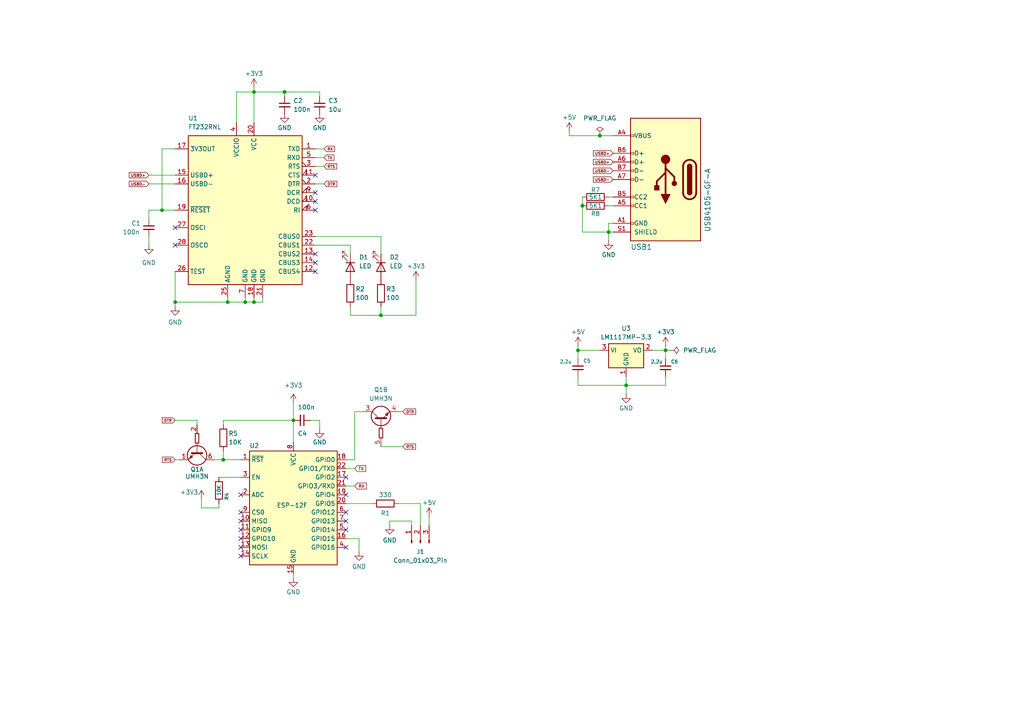
<source format=kicad_sch>
(kicad_sch (version 20231120) (generator "eeschema") (generator_version "8.0")
  (paper "A4")
  (lib_symbols
    (symbol "+3V3_1" (power) (pin_numbers hide) (pin_names (offset 0) hide)
      (property "Value" "+3V3" (at 0 3.556 0))
      (symbol "+3V3_1_0_1"
        (polyline (pts (xy -0.762 1.27) (xy 0 2.54)))
        (polyline (pts (xy 0 0) (xy 0 2.54)))
        (polyline (pts (xy 0 2.54) (xy 0.762 1.27)))
      )
      (symbol "+3V3_1_1_1"
        (pin power_in line (at 0 0 90) (length 0) (name "~") (number "1"))
      )
    )
    (symbol "+3V3_3" (power) (pin_numbers hide) (pin_names (offset 0) hide)
      (property "Value" "+3V3" (at 0 3.556 0))
      (symbol "+3V3_3_0_1"
        (polyline (pts (xy -0.762 1.27) (xy 0 2.54)))
        (polyline (pts (xy 0 0) (xy 0 2.54)))
        (polyline (pts (xy 0 2.54) (xy 0.762 1.27)))
      )
      (symbol "+3V3_3_1_1"
        (pin power_in line (at 0 0 90) (length 0) (name "~") (number "1"))
      )
    )
    (symbol "Connector:Conn_01x03_Pin" (pin_names (offset 1.016) hide)
      (property "Reference" "J" (at 0 5.08 0))
      (property "Value" "Conn_01x03_Pin" (at 0 -5.08 0))
      (symbol "Conn_01x03_Pin_1_1"
        (polyline (pts (xy 1.27 -2.54) (xy 0.8636 -2.54)) (stroke (width 0.1524)))
        (polyline (pts (xy 1.27 0) (xy 0.8636 0)) (stroke (width 0.1524)))
        (polyline (pts (xy 1.27 2.54) (xy 0.8636 2.54)) (stroke (width 0.1524)))
        (rectangle (start 0.8636 -2.413) (end 0 -2.667) (stroke (width 0.1524)) (fill (type outline)))
        (rectangle (start 0.8636 0.127) (end 0 -0.127) (stroke (width 0.1524)) (fill (type outline)))
        (rectangle (start 0.8636 2.667) (end 0 2.413) (stroke (width 0.1524)) (fill (type outline)))
        (pin passive line (at 5.08 2.54 180) (length 3.81) (name "Pin_1") (number "1"))
        (pin passive line (at 5.08 0 180) (length 3.81) (name "Pin_2") (number "2"))
        (pin passive line (at 5.08 -2.54 180) (length 3.81) (name "Pin_3") (number "3"))
      )
    )
    (symbol "Connector:USB_C_Receptacle_USB2.0_14P" (pin_names (offset 1.016))
      (property "Reference" "USB1" (at 10.16 19.558 0))
      (property "Value" "USB4105-GF-A" (at -12.192 15.24 90))
      (symbol "USB_C_Receptacle_USB2.0_14P_0_0"
        (rectangle (start 9.144 -12.446) (end 10.16 -12.954))
        (rectangle (start 9.144 12.954) (end 10.16 12.446))
        (rectangle (start 10.16 -7.366) (end 9.144 -7.874))
        (rectangle (start 10.16 -4.826) (end 9.144 -5.334))
        (rectangle (start 10.16 -2.286) (end 9.144 -2.794))
        (rectangle (start 10.16 0.254) (end 9.144 -0.254))
        (rectangle (start 10.16 5.334) (end 9.144 4.826))
        (rectangle (start 10.16 7.874) (end 9.144 7.366))
      )
      (symbol "USB_C_Receptacle_USB2.0_14P_0_1"
        (rectangle (start -10.16 17.78) (end 10.16 -17.78) (stroke (width 0.254)) (fill (type background)))
        (arc (start -8.89 -3.81) (mid -6.985 -5.7067) (end -5.08 -3.81) (stroke (width 0.508)))
        (arc (start -7.62 -3.81) (mid -6.985 -4.4423) (end -6.35 -3.81) (stroke (width 0.254)))
        (arc (start -7.62 -3.81) (mid -6.985 -4.4423) (end -6.35 -3.81) (stroke (width 0.254)) (fill (type outline)))
        (rectangle (start -7.62 -3.81) (end -6.35 3.81) (stroke (width 0.254)) (fill (type outline)))
        (arc (start -6.35 3.81) (mid -6.985 4.4423) (end -7.62 3.81) (stroke (width 0.254)))
        (arc (start -6.35 3.81) (mid -6.985 4.4423) (end -7.62 3.81) (stroke (width 0.254)) (fill (type outline)))
        (arc (start -5.08 3.81) (mid -6.985 5.7067) (end -8.89 3.81) (stroke (width 0.508)))
        (circle (center -2.54 1.143) (radius 0.635) (stroke (width 0.254)) (fill (type outline)))
        (circle (center 0 -5.842) (radius 1.27) (fill (type outline)))
        (polyline (pts (xy -8.89 -3.81) (xy -8.89 3.81)) (stroke (width 0.508)))
        (polyline (pts (xy -5.08 3.81) (xy -5.08 -3.81)) (stroke (width 0.508)))
        (polyline (pts (xy 0 -5.842) (xy 0 4.318)) (stroke (width 0.508)))
        (polyline (pts (xy 0 -3.302) (xy -2.54 -0.762) (xy -2.54 0.508)) (stroke (width 0.508)))
        (polyline (pts (xy 0 -2.032) (xy 2.54 0.508) (xy 2.54 1.778)) (stroke (width 0.508)))
        (polyline (pts (xy -1.27 4.318) (xy 0 6.858) (xy 1.27 4.318) (xy -1.27 4.318)) (stroke (width 0.254)) (fill (type outline)))
        (rectangle (start 1.905 1.778) (end 3.175 3.048) (stroke (width 0.254)) (fill (type outline)))
      )
      (symbol "USB_C_Receptacle_USB2.0_14P_1_1"
        (pin passive line (at 15.24 12.7 180) (length 5.08) (name "GND") (number "A1"))
        (pin passive line (at 15.24 12.7 180) (length 5.08) hide (name "GND") (number "A12"))
        (pin passive line (at 15.24 -12.7 180) (length 5.08) (name "VBUS") (number "A4"))
        (pin bidirectional line (at 15.24 7.62 180) (length 5.08) (name "CC1") (number "A5"))
        (pin bidirectional line (at 15.24 -5.08 180) (length 5.08) (name "D+") (number "A6"))
        (pin bidirectional line (at 15.24 0 180) (length 5.08) (name "D-") (number "A7"))
        (pin passive line (at 15.24 -12.7 180) (length 5.08) hide (name "VBUS") (number "A9"))
        (pin passive line (at 15.24 12.7 180) (length 5.08) hide (name "GND") (number "B1"))
        (pin passive line (at 15.24 12.7 180) (length 5.08) hide (name "GND") (number "B12"))
        (pin passive line (at 15.24 -12.7 180) (length 5.08) hide (name "VBUS") (number "B4"))
        (pin bidirectional line (at 15.24 5.08 180) (length 5.08) (name "CC2") (number "B5"))
        (pin bidirectional line (at 15.24 -7.62 180) (length 5.08) (name "D+") (number "B6"))
        (pin bidirectional line (at 15.24 -2.54 180) (length 5.08) (name "D-") (number "B7"))
        (pin passive line (at 15.24 -12.7 180) (length 5.08) hide (name "VBUS") (number "B9"))
        (pin passive line (at 15.24 15.24 180) (length 5.08) (name "SHIELD") (number "S1"))
      )
    )
    (symbol "Device:C_Small" (pin_numbers hide) (pin_names (offset 0.254) hide)
      (property "Reference" "C" (at 0.254 1.778 0))
      (property "Value" "C_Small" (at 0.254 -2.032 0))
      (symbol "C_Small_0_1"
        (polyline (pts (xy -1.524 -0.508) (xy 1.524 -0.508)) (stroke (width 0.3302)))
        (polyline (pts (xy -1.524 0.508) (xy 1.524 0.508)) (stroke (width 0.3048)))
      )
      (symbol "C_Small_1_1"
        (pin passive line (at 0 2.54 270) (length 2.032) (name "~") (number "1"))
        (pin passive line (at 0 -2.54 90) (length 2.032) (name "~") (number "2"))
      )
    )
    (symbol "Device:LED" (pin_numbers hide) (pin_names (offset 1.016) hide)
      (property "Reference" "D" (at 0 2.54 0))
      (property "Value" "LED" (at 0 -2.54 0))
      (symbol "LED_0_1"
        (polyline (pts (xy -1.27 -1.27) (xy -1.27 1.27)) (stroke (width 0.254)))
        (polyline (pts (xy -1.27 0) (xy 1.27 0)))
        (polyline (pts (xy 1.27 -1.27) (xy 1.27 1.27) (xy -1.27 0) (xy 1.27 -1.27)) (stroke (width 0.254)))
        (polyline (pts (xy -3.048 -0.762) (xy -4.572 -2.286) (xy -3.81 -2.286) (xy -4.572 -2.286) (xy -4.572 -1.524)))
        (polyline (pts (xy -1.778 -0.762) (xy -3.302 -2.286) (xy -2.54 -2.286) (xy -3.302 -2.286) (xy -3.302 -1.524)))
      )
      (symbol "LED_1_1"
        (pin passive line (at -3.81 0 0) (length 2.54) (name "K") (number "1"))
        (pin passive line (at 3.81 0 180) (length 2.54) (name "A") (number "2"))
      )
    )
    (symbol "Device:R" (pin_numbers hide) (pin_names (offset 0))
      (property "Reference" "R" (at 2.032 0 90))
      (property "Value" "R" (at 0 0 90))
      (symbol "R_0_1"
        (rectangle (start -1.016 -2.54) (end 1.016 2.54) (stroke (width 0.254)))
      )
      (symbol "R_1_1"
        (pin passive line (at 0 3.81 270) (length 1.27) (name "~") (number "1"))
        (pin passive line (at 0 -3.81 90) (length 1.27) (name "~") (number "2"))
      )
    )
    (symbol "GND_1" (power) (pin_numbers hide) (pin_names (offset 0) hide)
      (property "Value" "GND" (at 0 -3.81 0))
      (symbol "GND_1_0_1"
        (polyline (pts (xy 0 0) (xy 0 -1.27) (xy 1.27 -1.27) (xy 0 -2.54) (xy -1.27 -1.27) (xy 0 -1.27)))
      )
      (symbol "GND_1_1_1"
        (pin power_in line (at 0 0 270) (length 0) (name "~") (number "1"))
      )
    )
    (symbol "GND_2" (power) (pin_numbers hide) (pin_names (offset 0) hide)
      (property "Value" "GND" (at 0 -3.81 0))
      (symbol "GND_2_0_1"
        (polyline (pts (xy 0 0) (xy 0 -1.27) (xy 1.27 -1.27) (xy 0 -2.54) (xy -1.27 -1.27) (xy 0 -1.27)))
      )
      (symbol "GND_2_1_1"
        (pin power_in line (at 0 0 270) (length 0) (name "~") (number "1"))
      )
    )
    (symbol "GND_5" (power) (pin_numbers hide) (pin_names (offset 0) hide)
      (property "Value" "GND" (at 0 -3.81 0))
      (symbol "GND_5_0_1"
        (polyline (pts (xy 0 0) (xy 0 -1.27) (xy 1.27 -1.27) (xy 0 -2.54) (xy -1.27 -1.27) (xy 0 -1.27)))
      )
      (symbol "GND_5_1_1"
        (pin power_in line (at 0 0 270) (length 0) (name "~") (number "1"))
      )
    )
    (symbol "GND_6" (power) (pin_numbers hide) (pin_names (offset 0) hide)
      (property "Value" "GND" (at 0 -3.81 0))
      (symbol "GND_6_0_1"
        (polyline (pts (xy 0 0) (xy 0 -1.27) (xy 1.27 -1.27) (xy 0 -2.54) (xy -1.27 -1.27) (xy 0 -1.27)))
      )
      (symbol "GND_6_1_1"
        (pin power_in line (at 0 0 270) (length 0) (name "~") (number "1"))
      )
    )
    (symbol "Interface_USB:FT232RL"
      (property "Reference" "U" (at -16.51 22.86 0))
      (property "Value" "FT232RL" (at 10.16 22.86 0))
      (symbol "FT232RL_0_1"
        (rectangle (start -16.51 21.59) (end 16.51 -21.59) (stroke (width 0.254)) (fill (type background)))
      )
      (symbol "FT232RL_1_1"
        (pin output line (at 20.32 17.78 180) (length 3.81) (name "TXD") (number "1"))
        (pin input input_low (at 20.32 2.54 180) (length 3.81) (name "DCD") (number "10"))
        (pin input input_low (at 20.32 10.16 180) (length 3.81) (name "CTS") (number "11"))
        (pin bidirectional line (at 20.32 -17.78 180) (length 3.81) (name "CBUS4") (number "12"))
        (pin bidirectional line (at 20.32 -12.7 180) (length 3.81) (name "CBUS2") (number "13"))
        (pin bidirectional line (at 20.32 -15.24 180) (length 3.81) (name "CBUS3") (number "14"))
        (pin bidirectional line (at -20.32 10.16 0) (length 3.81) (name "USBD+") (number "15"))
        (pin bidirectional line (at -20.32 7.62 0) (length 3.81) (name "USBD-") (number "16"))
        (pin power_out line (at -20.32 17.78 0) (length 3.81) (name "3V3OUT") (number "17"))
        (pin power_in line (at 2.54 -25.4 90) (length 3.81) (name "GND") (number "18"))
        (pin input line (at -20.32 0 0) (length 3.81) (name "~{RESET}") (number "19"))
        (pin output output_low (at 20.32 7.62 180) (length 3.81) (name "DTR") (number "2"))
        (pin power_in line (at 2.54 25.4 270) (length 3.81) (name "VCC") (number "20"))
        (pin power_in line (at 5.08 -25.4 90) (length 3.81) (name "GND") (number "21"))
        (pin bidirectional line (at 20.32 -10.16 180) (length 3.81) (name "CBUS1") (number "22"))
        (pin bidirectional line (at 20.32 -7.62 180) (length 3.81) (name "CBUS0") (number "23"))
        (pin power_in line (at -5.08 -25.4 90) (length 3.81) (name "AGND") (number "25"))
        (pin input line (at -20.32 -17.78 0) (length 3.81) (name "TEST") (number "26"))
        (pin input line (at -20.32 -5.08 0) (length 3.81) (name "OSCI") (number "27"))
        (pin output line (at -20.32 -10.16 0) (length 3.81) (name "OSCO") (number "28"))
        (pin output output_low (at 20.32 12.7 180) (length 3.81) (name "RTS") (number "3"))
        (pin power_in line (at -2.54 25.4 270) (length 3.81) (name "VCCIO") (number "4"))
        (pin input line (at 20.32 15.24 180) (length 3.81) (name "RXD") (number "5"))
        (pin input input_low (at 20.32 0 180) (length 3.81) (name "RI") (number "6"))
        (pin power_in line (at 0 -25.4 90) (length 3.81) (name "GND") (number "7"))
        (pin input input_low (at 20.32 5.08 180) (length 3.81) (name "DCR") (number "9"))
      )
    )
    (symbol "RF_Module:ESP-12F"
      (property "Reference" "U" (at -12.7 19.05 0))
      (property "Value" "ESP-12F" (at 12.7 19.05 0))
      (symbol "ESP-12F_0_1"
        (rectangle (start -12.7 17.78) (end 12.7 -15.24) (stroke (width 0.254)) (fill (type background)))
      )
      (symbol "ESP-12F_1_1"
        (pin input line (at -15.24 15.24 0) (length 2.54) (name "~{RST}") (number "1"))
        (pin bidirectional line (at -15.24 -2.54 0) (length 2.54) (name "MISO") (number "10"))
        (pin bidirectional line (at -15.24 -5.08 0) (length 2.54) (name "GPIO9") (number "11"))
        (pin bidirectional line (at -15.24 -7.62 0) (length 2.54) (name "GPIO10") (number "12"))
        (pin bidirectional line (at -15.24 -10.16 0) (length 2.54) (name "MOSI") (number "13"))
        (pin bidirectional line (at -15.24 -12.7 0) (length 2.54) (name "SCLK") (number "14"))
        (pin power_in line (at 0 -17.78 90) (length 2.54) (name "GND") (number "15"))
        (pin bidirectional line (at 15.24 -7.62 180) (length 2.54) (name "GPIO15") (number "16"))
        (pin bidirectional line (at 15.24 10.16 180) (length 2.54) (name "GPIO2") (number "17"))
        (pin bidirectional line (at 15.24 15.24 180) (length 2.54) (name "GPIO0") (number "18"))
        (pin bidirectional line (at 15.24 5.08 180) (length 2.54) (name "GPIO4") (number "19"))
        (pin input line (at -15.24 5.08 0) (length 2.54) (name "ADC") (number "2"))
        (pin bidirectional line (at 15.24 2.54 180) (length 2.54) (name "GPIO5") (number "20"))
        (pin bidirectional line (at 15.24 7.62 180) (length 2.54) (name "GPIO3/RXD") (number "21"))
        (pin bidirectional line (at 15.24 12.7 180) (length 2.54) (name "GPIO1/TXD") (number "22"))
        (pin input line (at -15.24 10.16 0) (length 2.54) (name "EN") (number "3"))
        (pin bidirectional line (at 15.24 -10.16 180) (length 2.54) (name "GPIO16") (number "4"))
        (pin bidirectional line (at 15.24 -5.08 180) (length 2.54) (name "GPIO14") (number "5"))
        (pin bidirectional line (at 15.24 0 180) (length 2.54) (name "GPIO12") (number "6"))
        (pin bidirectional line (at 15.24 -2.54 180) (length 2.54) (name "GPIO13") (number "7"))
        (pin power_in line (at 0 20.32 270) (length 2.54) (name "VCC") (number "8"))
        (pin input line (at -15.24 0 0) (length 2.54) (name "CS0") (number "9"))
      )
    )
    (symbol "Regulator_Linear:LM1117MP-3.3"
      (property "Reference" "U" (at -3.81 3.175 0))
      (property "Value" "LM1117MP-3.3" (at 0 3.175 0))
      (symbol "LM1117MP-3.3_0_1"
        (rectangle (start -5.08 -5.08) (end 5.08 1.905) (stroke (width 0.254)) (fill (type background)))
      )
      (symbol "LM1117MP-3.3_1_1"
        (pin power_in line (at 0 -7.62 90) (length 2.54) (name "GND") (number "1"))
        (pin power_out line (at 7.62 0 180) (length 2.54) (name "VO") (number "2"))
        (pin power_in line (at -7.62 0 0) (length 2.54) (name "VI") (number "3"))
      )
    )
    (symbol "Transistor_BJT:UMH3N" (pin_names hide)
      (property "Reference" "Q" (at 7.62 1.27 0))
      (property "Value" "UMH3N" (at 7.62 -1.27 0))
      (symbol "UMH3N_0_1"
        (polyline (pts (xy 3.175 0) (xy 0.254 0)))
        (polyline (pts (xy 3.175 0.635) (xy 5.08 2.54)))
        (polyline (pts (xy 3.175 1.524) (xy 3.175 -1.524)) (stroke (width 0.508)))
        (polyline (pts (xy 3.175 -0.635) (xy 5.08 -2.54) (xy 5.08 -2.54)))
        (polyline (pts (xy 3.81 -1.778) (xy 4.318 -1.27) (xy 4.826 -2.286) (xy 3.81 -1.778) (xy 3.81 -1.778)) (fill (type outline)))
        (rectangle (start 0.254 0.508) (end -2.54 -0.508) (stroke (width 0.254)))
        (circle (center 3.81 0) (radius 2.8194) (stroke (width 0.254)))
      )
      (symbol "UMH3N_1_1"
        (pin passive line (at 5.08 -5.08 90) (length 2.54) (name "E1") (number "1"))
        (pin input line (at -5.08 0 0) (length 2.54) (name "B1") (number "2"))
        (pin passive line (at 5.08 5.08 270) (length 2.54) (name "C1") (number "6"))
      )
      (symbol "UMH3N_2_1"
        (pin passive line (at 5.08 5.08 270) (length 2.54) (name "C2") (number "3"))
        (pin passive line (at 5.08 -5.08 90) (length 2.54) (name "E2") (number "4"))
        (pin input line (at -5.08 0 0) (length 2.54) (name "B2") (number "5"))
      )
    )
    (symbol "power:+3V3" (power) (pin_names (offset 0))
      (property "Value" "+3V3" (at 0 3.556 0))
      (symbol "+3V3_0_1"
        (polyline (pts (xy -0.762 1.27) (xy 0 2.54)))
        (polyline (pts (xy 0 0) (xy 0 2.54)))
        (polyline (pts (xy 0 2.54) (xy 0.762 1.27)))
      )
      (symbol "+3V3_1_1"
        (pin power_in line (at 0 0 90) (length 0) hide (name "+3V3") (number "1"))
      )
    )
    (symbol "power:+5V" (power) (pin_numbers hide) (pin_names (offset 0) hide)
      (property "Value" "+5V" (at 0 3.556 0))
      (symbol "+5V_0_1"
        (polyline (pts (xy -0.762 1.27) (xy 0 2.54)))
        (polyline (pts (xy 0 0) (xy 0 2.54)))
        (polyline (pts (xy 0 2.54) (xy 0.762 1.27)))
      )
      (symbol "+5V_1_1"
        (pin power_in line (at 0 0 90) (length 0) (name "~") (number "1"))
      )
    )
    (symbol "power:GND" (power) (pin_numbers hide) (pin_names (offset 0) hide)
      (property "Value" "GND" (at 0 -3.81 0))
      (symbol "GND_0_1"
        (polyline (pts (xy 0 0) (xy 0 -1.27) (xy 1.27 -1.27) (xy 0 -2.54) (xy -1.27 -1.27) (xy 0 -1.27)))
      )
      (symbol "GND_1_1"
        (pin power_in line (at 0 0 270) (length 0) (name "~") (number "1"))
      )
    )
    (symbol "power:PWR_FLAG" (power) (pin_numbers hide) (pin_names (offset 0) hide)
      (property "Value" "PWR_FLAG" (at 0 3.81 0))
      (symbol "PWR_FLAG_0_0"
        (pin power_out line (at 0 0 90) (length 0) (name "~") (number "1"))
      )
      (symbol "PWR_FLAG_0_1"
        (polyline (pts (xy 0 0) (xy 0 1.27) (xy -1.016 1.905) (xy 0 2.54) (xy 1.016 1.905) (xy 0 1.27)))
      )
    )
  )
  (junction (at 64.77 133.35))
  (junction (at 110.49 91.44))
  (junction (at 73.66 26.67))
  (junction (at 85.09 121.92))
  (junction (at 46.99 60.96))
  (junction (at 168.91 59.69))
  (junction (at 173.99 39.37))
  (junction (at 82.55 26.67))
  (junction (at 167.64 101.6))
  (junction (at 176.53 67.31))
  (junction (at 181.61 111.76))
  (junction (at 193.04 101.6))
  (junction (at 50.8 87.63))
  (junction (at 73.66 87.63))
  (junction (at 66.04 87.63))
  (junction (at 71.12 87.63))
  (no_connect (at 69.85 151.13))
  (no_connect (at 100.33 158.75))
  (no_connect (at 69.85 161.29))
  (no_connect (at 50.8 71.12))
  (no_connect (at 100.33 153.67))
  (no_connect (at 69.85 153.67))
  (no_connect (at 69.85 143.51))
  (no_connect (at 91.44 60.96))
  (no_connect (at 69.85 158.75))
  (no_connect (at 100.33 143.51))
  (no_connect (at 100.33 151.13))
  (no_connect (at 91.44 73.66))
  (no_connect (at 100.33 148.59))
  (no_connect (at 91.44 78.74))
  (no_connect (at 91.44 76.2))
  (no_connect (at 91.44 58.42))
  (no_connect (at 69.85 148.59))
  (no_connect (at 100.33 138.43))
  (no_connect (at 91.44 50.8))
  (no_connect (at 91.44 55.88))
  (no_connect (at 50.8 66.04))
  (no_connect (at 69.85 156.21))
  (wire (pts (xy 181.61 111.76) (xy 181.61 114.3)))
  (wire (pts (xy 167.64 111.76) (xy 167.64 109.22)))
  (wire (pts (xy 176.53 67.31) (xy 176.53 69.85)))
  (wire (pts (xy 119.38 151.13) (xy 119.38 152.4)))
  (wire (pts (xy 167.64 111.76) (xy 181.61 111.76)))
  (wire (pts (xy 43.18 68.58) (xy 43.18 71.12)))
  (wire (pts (xy 43.18 63.5) (xy 43.18 60.96)))
  (wire (pts (xy 43.18 53.34) (xy 50.8 53.34)))
  (wire (pts (xy 68.58 26.67) (xy 73.66 26.67)))
  (wire (pts (xy 73.66 26.67) (xy 73.66 35.56)))
  (wire (pts (xy 57.15 121.92) (xy 57.15 123.19)))
  (wire (pts (xy 165.1 38.1) (xy 165.1 39.37)))
  (wire (pts (xy 168.91 57.15) (xy 168.91 59.69)))
  (wire (pts (xy 193.04 101.6) (xy 193.04 104.14)))
  (wire (pts (xy 102.87 133.35) (xy 102.87 119.38)))
  (wire (pts (xy 100.33 133.35) (xy 102.87 133.35)))
  (wire (pts (xy 50.8 43.18) (xy 46.99 43.18)))
  (wire (pts (xy 104.14 156.21) (xy 104.14 160.02)))
  (wire (pts (xy 100.33 135.89) (xy 102.87 135.89)))
  (wire (pts (xy 115.57 146.05) (xy 121.92 146.05)))
  (wire (pts (xy 181.61 111.76) (xy 181.61 109.22)))
  (wire (pts (xy 181.61 111.76) (xy 193.04 111.76)))
  (wire (pts (xy 46.99 43.18) (xy 46.99 60.96)))
  (wire (pts (xy 110.49 73.66) (xy 110.49 68.58)))
  (wire (pts (xy 101.6 91.44) (xy 101.6 88.9)))
  (wire (pts (xy 85.09 167.64) (xy 85.09 166.37)))
  (wire (pts (xy 110.49 91.44) (xy 110.49 88.9)))
  (wire (pts (xy 93.98 53.34) (xy 91.44 53.34)))
  (wire (pts (xy 85.09 116.84) (xy 85.09 121.92)))
  (wire (pts (xy 58.42 147.32) (xy 63.5 147.32)))
  (wire (pts (xy 120.65 91.44) (xy 120.65 81.28)))
  (wire (pts (xy 63.5 147.32) (xy 63.5 146.05)))
  (wire (pts (xy 121.92 146.05) (xy 121.92 152.4)))
  (wire (pts (xy 73.66 87.63) (xy 76.2 87.63)))
  (wire (pts (xy 124.46 149.86) (xy 124.46 152.4)))
  (wire (pts (xy 64.77 123.19) (xy 64.77 121.92)))
  (wire (pts (xy 100.33 140.97) (xy 102.87 140.97)))
  (wire (pts (xy 92.71 124.46) (xy 92.71 121.92)))
  (wire (pts (xy 64.77 133.35) (xy 69.85 133.35)))
  (wire (pts (xy 91.44 43.18) (xy 93.98 43.18)))
  (wire (pts (xy 165.1 39.37) (xy 173.99 39.37)))
  (wire (pts (xy 102.87 119.38) (xy 105.41 119.38)))
  (wire (pts (xy 93.98 48.26) (xy 91.44 48.26)))
  (wire (pts (xy 167.64 101.6) (xy 167.64 104.14)))
  (wire (pts (xy 63.5 138.43) (xy 69.85 138.43)))
  (wire (pts (xy 76.2 87.63) (xy 76.2 86.36)))
  (wire (pts (xy 73.66 25.4) (xy 73.66 26.67)))
  (wire (pts (xy 177.8 64.77) (xy 176.53 64.77)))
  (wire (pts (xy 64.77 130.81) (xy 64.77 133.35)))
  (wire (pts (xy 167.64 100.33) (xy 167.64 101.6)))
  (wire (pts (xy 176.53 57.15) (xy 177.8 57.15)))
  (wire (pts (xy 176.53 64.77) (xy 176.53 67.31)))
  (wire (pts (xy 101.6 91.44) (xy 110.49 91.44)))
  (wire (pts (xy 101.6 73.66) (xy 101.6 71.12)))
  (wire (pts (xy 100.33 156.21) (xy 104.14 156.21)))
  (wire (pts (xy 100.33 146.05) (xy 107.95 146.05)))
  (wire (pts (xy 115.57 119.38) (xy 116.84 119.38)))
  (wire (pts (xy 110.49 68.58) (xy 91.44 68.58)))
  (wire (pts (xy 68.58 35.56) (xy 68.58 26.67)))
  (wire (pts (xy 176.53 59.69) (xy 177.8 59.69)))
  (wire (pts (xy 50.8 133.35) (xy 52.07 133.35)))
  (wire (pts (xy 110.49 91.44) (xy 120.65 91.44)))
  (wire (pts (xy 58.42 147.32) (xy 58.42 144.78)))
  (wire (pts (xy 82.55 26.67) (xy 73.66 26.67)))
  (wire (pts (xy 194.31 101.6) (xy 193.04 101.6)))
  (wire (pts (xy 66.04 87.63) (xy 66.04 86.36)))
  (wire (pts (xy 43.18 50.8) (xy 50.8 50.8)))
  (wire (pts (xy 46.99 60.96) (xy 50.8 60.96)))
  (wire (pts (xy 189.23 101.6) (xy 193.04 101.6)))
  (wire (pts (xy 71.12 87.63) (xy 71.12 86.36)))
  (wire (pts (xy 50.8 78.74) (xy 50.8 87.63)))
  (wire (pts (xy 50.8 88.9) (xy 50.8 87.63)))
  (wire (pts (xy 167.64 101.6) (xy 173.99 101.6)))
  (wire (pts (xy 92.71 26.67) (xy 92.71 27.94)))
  (wire (pts (xy 66.04 87.63) (xy 71.12 87.63)))
  (wire (pts (xy 91.44 45.72) (xy 93.98 45.72)))
  (wire (pts (xy 92.71 121.92) (xy 90.17 121.92)))
  (wire (pts (xy 113.03 152.4) (xy 113.03 151.13)))
  (wire (pts (xy 168.91 67.31) (xy 176.53 67.31)))
  (wire (pts (xy 85.09 121.92) (xy 85.09 128.27)))
  (wire (pts (xy 193.04 111.76) (xy 193.04 109.22)))
  (wire (pts (xy 62.23 133.35) (xy 64.77 133.35)))
  (wire (pts (xy 168.91 59.69) (xy 168.91 67.31)))
  (wire (pts (xy 82.55 26.67) (xy 92.71 26.67)))
  (wire (pts (xy 176.53 67.31) (xy 177.8 67.31)))
  (wire (pts (xy 50.8 121.92) (xy 57.15 121.92)))
  (wire (pts (xy 43.18 60.96) (xy 46.99 60.96)))
  (wire (pts (xy 101.6 71.12) (xy 91.44 71.12)))
  (wire (pts (xy 82.55 27.94) (xy 82.55 26.67)))
  (wire (pts (xy 64.77 121.92) (xy 85.09 121.92)))
  (wire (pts (xy 193.04 100.33) (xy 193.04 101.6)))
  (wire (pts (xy 110.49 129.54) (xy 116.84 129.54)))
  (wire (pts (xy 173.99 39.37) (xy 177.8 39.37)))
  (wire (pts (xy 113.03 151.13) (xy 119.38 151.13)))
  (wire (pts (xy 50.8 87.63) (xy 66.04 87.63)))
  (wire (pts (xy 71.12 87.63) (xy 73.66 87.63)))
  (wire (pts (xy 73.66 87.63) (xy 73.66 86.36)))
  (global_label "TX" (shape input) (at 93.98 45.72 0) (effects (font (size 0.8 0.8))) (property "Intersheetrefs" "${INTERSHEET_REFS}" (effects (hide yes))))
  (global_label "RX" (shape input) (at 102.87 140.97 0) (effects (font (size 0.889 0.889))) (property "Intersheetrefs" "${INTERSHEET_REFS}" (effects (hide yes))))
  (global_label "RX" (shape input) (at 93.98 43.18 0) (effects (font (size 0.8 0.8))) (property "Intersheetrefs" "${INTERSHEET_REFS}" (effects (hide yes))))
  (global_label "DTR" (shape input) (at 116.84 119.38 0) (effects (font (size 0.8 0.8))) (property "Intersheetrefs" "${INTERSHEET_REFS}" (effects (hide yes))))
  (global_label "DTR" (shape input) (at 50.8 121.92 180) (effects (font (size 0.8 0.8))) (property "Intersheetrefs" "${INTERSHEET_REFS}" (effects (hide yes))))
  (global_label "TX" (shape input) (at 102.87 135.89 0) (effects (font (size 0.889 0.889))) (property "Intersheetrefs" "${INTERSHEET_REFS}" (effects (hide yes))))
  (global_label "RTS" (shape input) (at 116.84 129.54 0) (effects (font (size 0.8 0.8))) (property "Intersheetrefs" "${INTERSHEET_REFS}" (effects (hide yes))))
  (global_label "USBD+" (shape input) (at 177.8 44.45 180) (effects (font (size 0.8 0.8))) (property "Intersheetrefs" "${INTERSHEET_REFS}" (effects (hide yes))))
  (global_label "USBD-" (shape input) (at 177.8 49.53 180) (effects (font (size 0.8 0.8))) (property "Intersheetrefs" "${INTERSHEET_REFS}" (effects (hide yes))))
  (global_label "USBD-" (shape input) (at 43.18 53.34 180) (effects (font (size 0.8 0.8))) (property "Intersheetrefs" "${INTERSHEET_REFS}" (effects (hide yes))))
  (global_label "USBD+" (shape input) (at 177.8 46.99 180) (effects (font (size 0.8 0.8))) (property "Intersheetrefs" "${INTERSHEET_REFS}" (effects (hide yes))))
  (global_label "USBD+" (shape input) (at 43.18 50.8 180) (effects (font (size 0.8 0.8))) (property "Intersheetrefs" "${INTERSHEET_REFS}" (effects (hide yes))))
  (global_label "RTS" (shape input) (at 50.8 133.35 180) (effects (font (size 0.8 0.8))) (property "Intersheetrefs" "${INTERSHEET_REFS}" (effects (hide yes))))
  (global_label "DTR" (shape input) (at 93.98 53.34 0) (effects (font (size 0.8 0.8))) (property "Intersheetrefs" "${INTERSHEET_REFS}" (effects (hide yes))))
  (global_label "RTS" (shape input) (at 93.98 48.26 0) (effects (font (size 0.8 0.8))) (property "Intersheetrefs" "${INTERSHEET_REFS}" (effects (hide yes))))
  (global_label "USBD-" (shape input) (at 177.8 52.07 180) (effects (font (size 0.8 0.8))) (property "Intersheetrefs" "${INTERSHEET_REFS}" (effects (hide yes))))
  (symbol (lib_id "Device:R") (at 110.49 85.09 0) (unit 1)
    (property "Reference" "R3" (at 112.014 83.82 0) (effects (justify left)))
    (property "Value" "100" (at 112.014 86.36 0) (effects (justify left)))
    (property "Footprint" "Resistor_SMD:R_0603_1608Metric" (effects (hide yes)))
    (property "MPN" "ESR03EZPF1000" (effects (hide yes)))
  )
  (symbol (lib_id "Device:R") (at 111.76 146.05 90) (unit 1)
    (property "Reference" "R1" (at 111.76 148.844 90))
    (property "Value" "330" (at 111.76 143.51 90))
    (property "Footprint" "Resistor_SMD:R_0603_1608Metric" (effects (hide yes)))
    (property "Description" "Resistor" (effects (hide yes)))
    (property "MPN" "ERA-3AEB331V" (effects (hide yes)))
  )
  (symbol (lib_id "power:+3V3") (at 73.66 25.4 0) (unit 1)
    (property "Reference" "#PWR07" (effects (hide yes)))
    (property "Value" "+3V3" (at 73.66 21.336 0))
  )
  (symbol (lib_id "Device:LED") (at 110.49 77.47 270) (unit 1)
    (property "Reference" "D2" (at 113.03 74.6125 90) (effects (justify left)))
    (property "Value" "LED" (at 113.03 77.1525 90) (effects (justify left)))
    (property "Footprint" "LED_SMD:LED_1206_3216Metric" (effects (hide yes)))
    (property "Description" "red" (effects (hide yes)))
    (property "MPN" "599-0410-127F" (effects (hide yes)))
  )
  (symbol (lib_id "power:+5V") (at 165.1 38.1 0) (unit 1)
    (property "Reference" "#PWR020" (effects (hide yes)))
    (property "Value" "+5V" (at 165.1 34.036 0))
    (property "Description" "Power symbol creates a global label with name \"+5V\"" (effects (hide yes)))
  )
  (symbol (lib_id "power:PWR_FLAG") (at 194.31 101.6 270) (unit 1)
    (property "Reference" "#FLG01" (effects (hide yes)))
    (property "Value" "PWR_FLAG" (at 198.12 101.5999 90) (effects (justify left)))
    (property "Description" "Special symbol for telling ERC where power comes from" (effects (hide yes)))
  )
  (symbol (lib_id "Regulator_Linear:LM1117MP-3.3") (at 181.61 101.6 0) (unit 1)
    (property "Reference" "U3" (at 181.61 95.25 0))
    (property "Value" "LM1117MP-3.3" (at 181.61 97.79 0))
    (property "Footprint" "Package_TO_SOT_SMD:SOT-223-3_TabPin2" (effects (hide yes)))
    (property "Datasheet" "http://www.ti.com/lit/ds/symlink/lm1117.pdf" (effects (hide yes)))
    (property "Description" "800mA Low-Dropout Linear Regulator, 3.3V fixed output, SOT-223" (effects (hide yes)))
    (property "MPN" "LM1117MP-3.3/NOPB" (effects (hide yes)))
  )
  (symbol (lib_id "power:GND") (at 92.71 124.46 0) (unit 1)
    (property "Reference" "#PWR014" (effects (hide yes)))
    (property "Value" "GND" (at 92.71 128.27 0))
  )
  (symbol (lib_name "+3V3_1") (lib_id "power:+3V3") (at 58.42 144.78 0) (unit 1)
    (property "Reference" "#PWR011" (effects (hide yes)))
    (property "Value" "+3V3" (at 54.864 142.748 0))
    (property "Description" "Power symbol creates a global label with name \"+3V3\"" (effects (hide yes)))
  )
  (symbol (lib_id "Device:C_Small") (at 43.18 66.04 0) (unit 1)
    (property "Reference" "C1" (at 38.1 64.77 0) (effects (justify left)))
    (property "Value" "100n" (at 35.56 67.31 0) (effects (justify left)))
    (property "Footprint" "Capacitor_SMD:C_0603_1608Metric" (effects (hide yes)))
    (property "MPN" "C0603C104K5RAC9109" (effects (hide yes)))
  )
  (symbol (lib_id "power:+5V") (at 167.64 100.33 0) (unit 1)
    (property "Reference" "#PWR017" (effects (hide yes)))
    (property "Value" "+5V" (at 167.64 96.266 0))
    (property "Description" "Power symbol creates a global label with name \"+5V\"" (effects (hide yes)))
  )
  (symbol (lib_id "Device:C_Small") (at 167.64 106.68 0) (unit 1)
    (property "Reference" "C5" (at 169.164 104.648 0) (effects (font (size 1.016 1.016)) (justify left)))
    (property "Value" "2.2u" (at 162.306 104.902 0) (effects (font (size 1.016 1.016)) (justify left)))
    (property "Footprint" "Capacitor_SMD:C_0805_2012Metric" (effects (hide yes)))
    (property "MPN" "C0805C225K8PACTU" (effects (hide yes)))
  )
  (symbol (lib_name "GND_2") (lib_id "power:GND") (at 176.53 69.85 0) (unit 1)
    (property "Reference" "#PWR022" (effects (hide yes)))
    (property "Value" "GND" (at 176.53 73.914 0))
    (property "Description" "Power symbol creates a global label with name \"GND\" , ground" (effects (hide yes)))
  )
  (symbol (lib_id "Transistor_BJT:UMH3N") (at 110.49 124.46 90) (unit 2)
    (property "Reference" "Q1" (at 110.49 113.03 90))
    (property "Value" "UMH3N" (at 110.49 115.57 90))
    (property "Footprint" "Package_TO_SOT_SMD:SOT-363_SC-70-6" (effects (hide yes)))
    (property "Datasheet" "http://rohmfs.rohm.com/en/products/databook/datasheet/discrete/transistor/digital/emh3t2r-e.pdf" (effects (hide yes)))
    (property "Description" "0.1A Ic, 50V Vce, Dual NPN Input Resistor Transistors, SOT-363" (effects (hide yes)))
    (property "MPN" "UMH3NTN " (effects (hide yes)))
  )
  (symbol (lib_id "power:GND") (at 50.8 88.9 0) (unit 1)
    (property "Reference" "#PWR04" (effects (hide yes)))
    (property "Value" "GND" (at 50.8 93.472 0))
  )
  (symbol (lib_id "Connector:Conn_01x03_Pin") (at 121.92 157.48 90) (unit 1)
    (property "Reference" "J1" (at 121.92 160.02 90))
    (property "Value" "Conn_01x03_Pin" (at 121.92 162.56 90))
    (property "Footprint" "Connector_JST:JST_PH_S3B-PH-K_1x03_P2.00mm_Horizontal" (effects (hide yes)))
    (property "Description" "Generic connector, single row, 01x03, script generated" (effects (hide yes)))
    (property "MPN" "S3B-PH-K-S-GW" (effects (hide yes)))
  )
  (symbol (lib_id "Device:R") (at 101.6 85.09 0) (unit 1)
    (property "Reference" "R2" (at 103.124 83.82 0) (effects (justify left)))
    (property "Value" "100" (at 103.124 86.36 0) (effects (justify left)))
    (property "Footprint" "Resistor_SMD:R_0603_1608Metric" (effects (hide yes)))
    (property "MPN" "ESR03EZPF1000" (effects (hide yes)))
  )
  (symbol (lib_id "Device:LED") (at 101.6 77.47 270) (unit 1)
    (property "Reference" "D1" (at 104.14 74.6125 90) (effects (justify left)))
    (property "Value" "LED" (at 104.14 77.1525 90) (effects (justify left)))
    (property "Footprint" "LED_SMD:LED_1206_3216Metric" (effects (hide yes)))
    (property "Description" "Green" (effects (hide yes)))
    (property "MPN" "599-0480-127F" (effects (hide yes)))
  )
  (symbol (lib_id "power:+5V") (at 124.46 149.86 0) (unit 1)
    (property "Reference" "#PWR05" (effects (hide yes)))
    (property "Value" "+5V" (at 124.46 145.796 0))
    (property "Description" "Power symbol creates a global label with name \"+5V\"" (effects (hide yes)))
  )
  (symbol (lib_name "+3V3_3") (lib_id "power:+3V3") (at 193.04 100.33 0) (unit 1)
    (property "Reference" "#PWR019" (effects (hide yes)))
    (property "Value" "+3V3" (at 193.04 96.266 0))
    (property "Description" "Power symbol creates a global label with name \"+3V3\"" (effects (hide yes)))
  )
  (symbol (lib_id "RF_Module:ESP-12F") (at 85.09 148.59 0) (unit 1)
    (property "Reference" "U2" (at 72.39 129.286 0) (effects (justify left)))
    (property "Value" "ESP-12F" (at 80.264 146.558 0) (effects (justify left)))
    (property "Footprint" "RF_Module:ESP-12E" (effects (hide yes)))
    (property "MPN" "SBC-ESP8266-12F" (effects (hide yes)))
  )
  (symbol (lib_id "power:+3V3") (at 85.09 116.84 0) (unit 1)
    (property "Reference" "#PWR012" (effects (hide yes)))
    (property "Value" "+3V3" (at 85.09 111.76 0))
  )
  (symbol (lib_id "power:GND") (at 92.71 33.02 0) (unit 1)
    (property "Reference" "#PWR09" (effects (hide yes)))
    (property "Value" "GND" (at 92.71 37.084 0))
  )
  (symbol (lib_name "GND_1") (lib_id "power:GND") (at 85.09 167.64 0) (unit 1)
    (property "Reference" "#PWR013" (effects (hide yes)))
    (property "Value" "GND" (at 85.09 171.704 0))
    (property "Description" "Power symbol creates a global label with name \"GND\" , ground" (effects (hide yes)))
  )
  (symbol (lib_id "power:+3V3") (at 120.65 81.28 0) (unit 1)
    (property "Reference" "#PWR010" (effects (hide yes)))
    (property "Value" "+3V3" (at 120.65 77.216 0))
  )
  (symbol (lib_id "Device:R") (at 63.5 142.24 0) (unit 1)
    (property "Reference" "R4" (at 65.786 145.034 90) (effects (font (size 1 1)) (justify left)))
    (property "Value" "10K" (at 63.5 143.764 90) (effects (font (size 1 1)) (justify left)))
    (property "Footprint" "Resistor_SMD:R_0603_1608Metric" (effects (hide yes)))
    (property "MPN" "CMP0603AFX-1002ELF" (effects (hide yes)))
  )
  (symbol (lib_id "Interface_USB:FT232RL") (at 71.12 60.96 0) (unit 1)
    (property "Reference" "U1" (at 54.61 34.29 0) (effects (justify left)))
    (property "Value" "FT232RNL" (at 54.61 36.83 0) (effects (justify left)))
    (property "Footprint" "Package_SO:SSOP-28_5.3x10.2mm_P0.65mm" (effects (hide yes)))
    (property "Datasheet" "https://www.ftdichip.com/Support/Documents/DataSheets/ICs/DS_FT232R.pdf" (effects (hide yes)))
    (property "MPN" "FT232RNL-REEL" (effects (hide yes)))
  )
  (symbol (lib_id "Device:R") (at 172.72 57.15 270) (unit 1)
    (property "Reference" "R7" (at 172.72 55.118 90))
    (property "Value" "5K1" (at 172.72 57.15 90))
    (property "Footprint" "Resistor_SMD:R_0603_1608Metric" (effects (hide yes)))
    (property "MPN" "ERJ-UP3J512V" (effects (hide yes)))
  )
  (symbol (lib_id "power:GND") (at 113.03 152.4 0) (unit 1)
    (property "Reference" "#PWR01" (effects (hide yes)))
    (property "Value" "GND" (at 113.03 156.718 0))
    (property "Description" "Power symbol creates a global label with name \"GND\" , ground" (effects (hide yes)))
  )
  (symbol (lib_id "power:GND") (at 43.18 71.12 0) (unit 1)
    (property "Reference" "#PWR03" (effects (hide yes)))
    (property "Value" "GND" (at 43.18 76.2 0))
  )
  (symbol (lib_id "Transistor_BJT:UMH3N") (at 57.15 128.27 270) (unit 1)
    (property "Reference" "Q1" (at 57.15 136.144 90))
    (property "Value" "UMH3N" (at 57.15 138.176 90))
    (property "Footprint" "Package_TO_SOT_SMD:SOT-363_SC-70-6" (effects (hide yes)))
    (property "Datasheet" "http://rohmfs.rohm.com/en/products/databook/datasheet/discrete/transistor/digital/emh3t2r-e.pdf" (effects (hide yes)))
    (property "Description" "0.1A Ic, 50V Vce, Dual NPN Input Resistor Transistors, SOT-363" (effects (hide yes)))
    (property "MPN" "UMH3NTN " (effects (hide yes)))
  )
  (symbol (lib_id "Connector:USB_C_Receptacle_USB2.0_14P") (at 193.04 52.07 180) (unit 1)
    (property "Reference" "USB1" (at 182.88 71.628 0) (effects (font (size 1.524 1.524)) (justify right)))
    (property "Value" "USB4105-GF-A" (at 205.232 67.31 90) (effects (font (size 1.524 1.524)) (justify right)))
    (property "Footprint" "Connector_USB:USB_C_Receptacle_GCT_USB4105-xx-A_16P_TopMnt_Horizontal" (effects (hide yes)))
    (property "Datasheet" "https://www.usb.org/sites/default/files/documents/usb_type-c.zip" (effects (hide yes)))
    (property "Description" "USB 2.0-only 14P Type-C Receptacle connector" (effects (hide yes)))
    (property "MPN" "USB4105-GF-A" (effects (hide yes)))
  )
  (symbol (lib_id "Device:R") (at 172.72 59.69 270) (unit 1)
    (property "Reference" "R8" (at 172.72 61.976 90))
    (property "Value" "5K1" (at 172.72 59.69 90))
    (property "Footprint" "Resistor_SMD:R_0603_1608Metric" (effects (hide yes)))
    (property "MPN" "ERJ-UP3J512V" (effects (hide yes)))
  )
  (symbol (lib_id "power:GND") (at 82.55 33.02 0) (unit 1)
    (property "Reference" "#PWR08" (effects (hide yes)))
    (property "Value" "GND" (at 82.55 37.084 0))
  )
  (symbol (lib_id "Device:R") (at 64.77 127 0) (unit 1)
    (property "Reference" "R5" (at 66.294 125.73 0) (effects (justify left)))
    (property "Value" "10K" (at 66.294 128.27 0) (effects (justify left)))
    (property "Footprint" "Resistor_SMD:R_0603_1608Metric" (effects (hide yes)))
    (property "Description" "Resistor" (effects (hide yes)))
    (property "MPN" "CMP0603AFX-1002ELF" (effects (hide yes)))
  )
  (symbol (lib_id "Device:C_Small") (at 193.04 106.68 0) (unit 1)
    (property "Reference" "C6" (at 194.564 104.902 0) (effects (font (size 1.016 1.016)) (justify left)))
    (property "Value" "2.2u" (at 188.722 104.902 0) (effects (font (size 1.016 1.016)) (justify left)))
    (property "Footprint" "Capacitor_SMD:C_0805_2012Metric" (effects (hide yes)))
    (property "Description" "Unpolarized capacitor, small symbol" (effects (hide yes)))
    (property "MPN" "C0805C225K8PACTU" (effects (hide yes)))
  )
  (symbol (lib_name "GND_5") (lib_id "power:GND") (at 181.61 114.3 0) (unit 1)
    (property "Reference" "#PWR018" (effects (hide yes)))
    (property "Value" "GND" (at 181.61 118.364 0))
    (property "Description" "Power symbol creates a global label with name \"GND\" , ground" (effects (hide yes)))
  )
  (symbol (lib_id "Device:C_Small") (at 92.71 30.48 0) (unit 1)
    (property "Reference" "C3" (at 95.25 29.2163 0) (effects (justify left)))
    (property "Value" "10u" (at 95.25 31.7563 0) (effects (justify left)))
    (property "Footprint" "Capacitor_SMD:C_1206_3216Metric" (effects (hide yes)))
    (property "MPN" "C1206C106K8RAC" (effects (hide yes)))
  )
  (symbol (lib_id "power:PWR_FLAG") (at 173.99 39.37 0) (unit 1)
    (property "Reference" "#FLG02" (effects (hide yes)))
    (property "Value" "PWR_FLAG" (at 173.99 34.29 0))
    (property "Description" "Special symbol for telling ERC where power comes from" (effects (hide yes)))
  )
  (symbol (lib_id "Device:C_Small") (at 87.63 121.92 270) (unit 1)
    (property "Reference" "C4" (at 86.36 125.73 90) (effects (justify left)))
    (property "Value" "100n" (at 86.36 118.11 90) (effects (justify left)))
    (property "Footprint" "Capacitor_SMD:C_0603_1608Metric" (effects (hide yes)))
    (property "MPN" "C0603C104K5RAC9109" (effects (hide yes)))
  )
  (symbol (lib_id "Device:C_Small") (at 82.55 30.48 0) (unit 1)
    (property "Reference" "C2" (at 85.09 29.2163 0) (effects (justify left)))
    (property "Value" "100n" (at 85.09 31.7563 0) (effects (justify left)))
    (property "Footprint" "Capacitor_SMD:C_0603_1608Metric" (effects (hide yes)))
    (property "MPN" "C0603C104K5RAC9109" (effects (hide yes)))
  )
  (symbol (lib_name "GND_6") (lib_id "power:GND") (at 104.14 160.02 0) (unit 1)
    (property "Reference" "#PWR015" (effects (hide yes)))
    (property "Value" "GND" (at 104.14 164.338 0))
    (property "Description" "Power symbol creates a global label with name \"GND\" , ground" (effects (hide yes)))
  )
)
</source>
